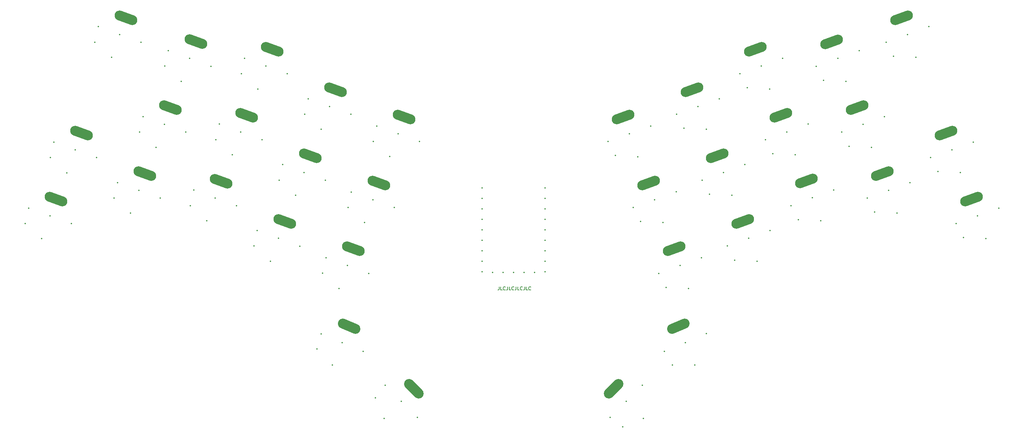
<source format=gto>
%TF.GenerationSoftware,KiCad,Pcbnew,(6.0.11)*%
%TF.CreationDate,2024-03-25T22:13:47+09:00*%
%TF.ProjectId,gku34-bottom-plate,676b7533-342d-4626-9f74-746f6d2d706c,rev?*%
%TF.SameCoordinates,Original*%
%TF.FileFunction,Legend,Top*%
%TF.FilePolarity,Positive*%
%FSLAX46Y46*%
G04 Gerber Fmt 4.6, Leading zero omitted, Abs format (unit mm)*
G04 Created by KiCad (PCBNEW (6.0.11)) date 2024-03-25 22:13:47*
%MOMM*%
%LPD*%
G01*
G04 APERTURE LIST*
G04 Aperture macros list*
%AMHorizOval*
0 Thick line with rounded ends*
0 $1 width*
0 $2 $3 position (X,Y) of the first rounded end (center of the circle)*
0 $4 $5 position (X,Y) of the second rounded end (center of the circle)*
0 Add line between two ends*
20,1,$1,$2,$3,$4,$5,0*
0 Add two circle primitives to create the rounded ends*
1,1,$1,$2,$3*
1,1,$1,$4,$5*%
G04 Aperture macros list end*
%ADD10C,0.200000*%
%ADD11HorizOval,2.399999X-1.550493X-0.564333X1.550493X0.564333X0*%
%ADD12C,0.350000*%
%ADD13HorizOval,2.399999X-1.550493X0.564333X1.550493X-0.564333X0*%
%ADD14HorizOval,2.399999X-1.166726X-1.166726X1.166726X1.166726X0*%
%ADD15HorizOval,2.399999X-1.166726X1.166726X1.166726X-1.166726X0*%
%ADD16HorizOval,2.399999X-1.518833X0.644706X1.518833X-0.644706X0*%
%ADD17HorizOval,2.399999X-1.518833X-0.644706X1.518833X0.644706X0*%
G04 APERTURE END LIST*
D10*
X136004761Y-90221904D02*
X136004761Y-90793333D01*
X135966666Y-90907619D01*
X135890476Y-90983809D01*
X135776190Y-91021904D01*
X135700000Y-91021904D01*
X136766666Y-91021904D02*
X136385714Y-91021904D01*
X136385714Y-90221904D01*
X137490476Y-90945714D02*
X137452380Y-90983809D01*
X137338095Y-91021904D01*
X137261904Y-91021904D01*
X137147619Y-90983809D01*
X137071428Y-90907619D01*
X137033333Y-90831428D01*
X136995238Y-90679047D01*
X136995238Y-90564761D01*
X137033333Y-90412380D01*
X137071428Y-90336190D01*
X137147619Y-90260000D01*
X137261904Y-90221904D01*
X137338095Y-90221904D01*
X137452380Y-90260000D01*
X137490476Y-90298095D01*
X138061904Y-90221904D02*
X138061904Y-90793333D01*
X138023809Y-90907619D01*
X137947619Y-90983809D01*
X137833333Y-91021904D01*
X137757142Y-91021904D01*
X138823809Y-91021904D02*
X138442857Y-91021904D01*
X138442857Y-90221904D01*
X139547619Y-90945714D02*
X139509523Y-90983809D01*
X139395238Y-91021904D01*
X139319047Y-91021904D01*
X139204761Y-90983809D01*
X139128571Y-90907619D01*
X139090476Y-90831428D01*
X139052380Y-90679047D01*
X139052380Y-90564761D01*
X139090476Y-90412380D01*
X139128571Y-90336190D01*
X139204761Y-90260000D01*
X139319047Y-90221904D01*
X139395238Y-90221904D01*
X139509523Y-90260000D01*
X139547619Y-90298095D01*
X140119047Y-90221904D02*
X140119047Y-90793333D01*
X140080952Y-90907619D01*
X140004761Y-90983809D01*
X139890476Y-91021904D01*
X139814285Y-91021904D01*
X140880952Y-91021904D02*
X140500000Y-91021904D01*
X140500000Y-90221904D01*
X141604761Y-90945714D02*
X141566666Y-90983809D01*
X141452380Y-91021904D01*
X141376190Y-91021904D01*
X141261904Y-90983809D01*
X141185714Y-90907619D01*
X141147619Y-90831428D01*
X141109523Y-90679047D01*
X141109523Y-90564761D01*
X141147619Y-90412380D01*
X141185714Y-90336190D01*
X141261904Y-90260000D01*
X141376190Y-90221904D01*
X141452380Y-90221904D01*
X141566666Y-90260000D01*
X141604761Y-90298095D01*
X142176190Y-90221904D02*
X142176190Y-90793333D01*
X142138095Y-90907619D01*
X142061904Y-90983809D01*
X141947619Y-91021904D01*
X141871428Y-91021904D01*
X142938095Y-91021904D02*
X142557142Y-91021904D01*
X142557142Y-90221904D01*
X143661904Y-90945714D02*
X143623809Y-90983809D01*
X143509523Y-91021904D01*
X143433333Y-91021904D01*
X143319047Y-90983809D01*
X143242857Y-90907619D01*
X143204761Y-90831428D01*
X143166666Y-90679047D01*
X143166666Y-90564761D01*
X143204761Y-90412380D01*
X143242857Y-90336190D01*
X143319047Y-90260000D01*
X143433333Y-90221904D01*
X143509523Y-90221904D01*
X143623809Y-90260000D01*
X143661904Y-90298095D01*
D11*
X198000000Y-32670000D03*
D12*
X201494762Y-42271779D03*
X204645152Y-34846482D03*
X196078056Y-42008526D03*
X194308534Y-38608704D03*
X199476843Y-36727593D03*
X65242081Y-74234186D03*
X62091691Y-66808889D03*
X67260000Y-68690000D03*
X61261860Y-70550731D03*
X72428309Y-70571111D03*
D13*
X68736843Y-64632407D03*
D12*
X147125000Y-84025000D03*
X147125000Y-81485000D03*
X131885000Y-66245000D03*
X144585000Y-86768200D03*
X134425000Y-86768200D03*
X147125000Y-76405000D03*
X147125000Y-86565000D03*
X131885000Y-68785000D03*
X139505000Y-86768200D03*
X147125000Y-68785000D03*
X131885000Y-84025000D03*
X131885000Y-71325000D03*
X131885000Y-76405000D03*
X147125000Y-73865000D03*
X131885000Y-86565000D03*
X147125000Y-78945000D03*
X136965000Y-86768200D03*
X131885000Y-73865000D03*
X131885000Y-78945000D03*
X147125000Y-71325000D03*
X131885000Y-81485000D03*
X142045000Y-86768200D03*
X147125000Y-66245000D03*
X67421860Y-54550731D03*
D13*
X74896843Y-48632407D03*
D12*
X73420000Y-52690000D03*
X68251691Y-50808889D03*
X78588309Y-54571111D03*
X71402081Y-58234186D03*
D13*
X113036843Y-49092407D03*
D12*
X109542081Y-58694186D03*
X105561860Y-55010731D03*
X116728309Y-55031111D03*
X106391691Y-51268889D03*
X111560000Y-53150000D03*
X214541213Y-40180933D03*
X219957919Y-40444186D03*
D11*
X216463157Y-30842407D03*
D12*
X217940000Y-34900000D03*
X223108309Y-33018889D03*
X212771691Y-36781111D03*
X42811860Y-68720731D03*
D13*
X50286843Y-62802407D03*
D12*
X46792081Y-72404186D03*
X48810000Y-66860000D03*
X53978309Y-68741111D03*
X43641691Y-64978889D03*
X100251691Y-67258889D03*
D13*
X106896843Y-65082407D03*
D12*
X110588309Y-71021111D03*
X99421860Y-71000731D03*
X103402081Y-74684186D03*
X105420000Y-69140000D03*
X240018309Y-27198889D03*
X234850000Y-29080000D03*
X229681691Y-30961111D03*
D11*
X233373157Y-25022407D03*
D12*
X236867919Y-34624186D03*
X231451213Y-34360933D03*
X66281466Y-36778704D03*
X55115017Y-36758324D03*
X61113157Y-34897593D03*
D13*
X62590000Y-30840000D03*
D12*
X55944848Y-33016482D03*
X59095238Y-40441779D03*
X166750000Y-117970000D03*
X170921930Y-122141930D03*
X162860913Y-121859087D03*
D14*
X163696713Y-114916713D03*
D12*
X170639087Y-114080913D03*
X165901472Y-124192540D03*
X196410000Y-78480000D03*
D11*
X194933157Y-74422407D03*
D12*
X201578309Y-76598889D03*
X191241691Y-80361111D03*
X193011213Y-83760933D03*
X198427919Y-84024186D03*
X248388056Y-78308526D03*
D11*
X250310000Y-68970000D03*
D12*
X246618534Y-74908704D03*
X251786843Y-73027593D03*
X256955152Y-71146482D03*
X253804762Y-78571779D03*
X235418309Y-64978889D03*
D11*
X228773157Y-62802407D03*
D12*
X230250000Y-66860000D03*
X232267919Y-72404186D03*
X225081691Y-68741111D03*
X226851213Y-72140933D03*
D13*
X84106843Y-74442407D03*
D12*
X76631860Y-80360731D03*
X87798309Y-80381111D03*
X77461691Y-76618889D03*
X80612081Y-84044186D03*
X82630000Y-78500000D03*
X205641691Y-52701111D03*
D11*
X204164848Y-48643518D03*
D12*
X200473382Y-54582222D03*
X202242904Y-57982044D03*
X210810000Y-50820000D03*
X207659610Y-58245297D03*
X60148309Y-52751111D03*
X54980000Y-50870000D03*
D13*
X56456843Y-46812407D03*
D12*
X52962081Y-56414186D03*
X49811691Y-48988889D03*
X48981860Y-52730731D03*
X184116843Y-46537593D03*
X189285152Y-44656482D03*
D11*
X182640000Y-42480000D03*
D12*
X180718056Y-51818526D03*
X178948534Y-48418704D03*
X186134762Y-52081779D03*
D13*
X28756843Y-68972407D03*
D12*
X25262081Y-78574186D03*
X21281860Y-74890731D03*
X32448309Y-74911111D03*
X22111691Y-71148889D03*
X27280000Y-73030000D03*
X216978309Y-66788889D03*
X206641691Y-70551111D03*
X213827919Y-74214186D03*
D11*
X210333157Y-64612407D03*
D12*
X211810000Y-68670000D03*
X208411213Y-73950933D03*
X97225238Y-90641779D03*
X93245017Y-86958324D03*
X99243157Y-85097593D03*
X104411466Y-86978704D03*
D13*
X100720000Y-81040000D03*
D12*
X94074848Y-83216482D03*
X173656843Y-69127593D03*
X175674762Y-74671779D03*
D11*
X172180000Y-65070000D03*
D12*
X178825152Y-67246482D03*
X168488534Y-71008704D03*
X170258056Y-74408526D03*
X106087460Y-117121472D03*
X116199087Y-121859087D03*
X112310000Y-117970000D03*
D15*
X115363287Y-114916713D03*
D12*
X108420913Y-114080913D03*
X108138070Y-122141930D03*
X92921963Y-101628156D03*
X97984740Y-103777177D03*
D16*
X99671917Y-99802437D03*
D12*
X91897437Y-105321440D03*
X95679426Y-109208156D03*
X103047517Y-105926198D03*
X169514762Y-58701779D03*
X167496843Y-53157593D03*
X164098056Y-58438526D03*
D11*
X166020000Y-49100000D03*
D12*
X172665152Y-51276482D03*
X162328534Y-55038704D03*
D13*
X90266843Y-58462407D03*
D12*
X82791860Y-64380731D03*
X88790000Y-62520000D03*
X86772081Y-68064186D03*
X93958309Y-64401111D03*
X83621691Y-60638889D03*
X220698056Y-56168526D03*
X218928534Y-52768704D03*
X226114762Y-56431779D03*
D11*
X222620000Y-46830000D03*
D12*
X224096843Y-50887593D03*
X229265152Y-49006482D03*
X177962254Y-109221574D03*
D17*
X179392823Y-99795260D03*
D12*
X186142777Y-101620979D03*
X183385314Y-109200979D03*
X181080000Y-103770000D03*
X176017223Y-105919021D03*
X39021691Y-27198889D03*
D13*
X45666843Y-25022407D03*
D12*
X38191860Y-30940731D03*
X49358309Y-30961111D03*
X42172081Y-34624186D03*
X44190000Y-29080000D03*
X195438309Y-60628889D03*
X190270000Y-62510000D03*
X185101691Y-64391111D03*
X186871213Y-67790933D03*
D11*
X188793157Y-58452407D03*
D12*
X192287919Y-68054186D03*
X74421691Y-34858889D03*
D13*
X81066843Y-32682407D03*
D12*
X77572081Y-42284186D03*
X73591860Y-38600731D03*
X84758309Y-38621111D03*
X79590000Y-36740000D03*
X184985152Y-83216482D03*
X174648534Y-86978704D03*
D11*
X178340000Y-81040000D03*
D12*
X181834762Y-90641779D03*
X176418056Y-90378526D03*
X179816843Y-85097593D03*
D11*
X244140000Y-52980000D03*
D12*
X247634762Y-62581779D03*
X242218056Y-62318526D03*
X250785152Y-55156482D03*
X245616843Y-57037593D03*
X240448534Y-58918704D03*
D13*
X96426843Y-42472407D03*
D12*
X88951860Y-48390731D03*
X100118309Y-48411111D03*
X92932081Y-52074186D03*
X89781691Y-44648889D03*
X94950000Y-46530000D03*
D13*
X34910000Y-52990000D03*
D12*
X28264848Y-55166482D03*
X33433157Y-57047593D03*
X27435017Y-58908324D03*
X38601466Y-58928704D03*
X31415238Y-62591779D03*
M02*

</source>
